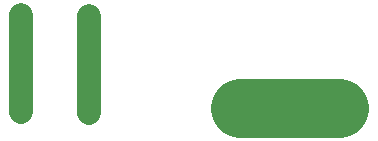
<source format=gbo>
G04 This is an RS-274x file exported by *
G04 gerbv version 2.6.0 *
G04 More information is available about gerbv at *
G04 http://gerbv.gpleda.org/ *
G04 --End of header info--*
%MOIN*%
%FSLAX34Y34*%
%IPPOS*%
G04 --Define apertures--*
%ADD10C,0.0039*%
%ADD11C,0.1969*%
%ADD12C,0.0787*%
%ADD13C,0.0059*%
G04 --Start main section--*
G54D11*
G01X0055150Y-043228D02*
G01X0051850Y-043228D01*
G54D12*
G01X0044528Y-043346D02*
G01X0044528Y-040118D01*
G01X0046811Y-043386D02*
G01X0046811Y-040157D01*
M02*

</source>
